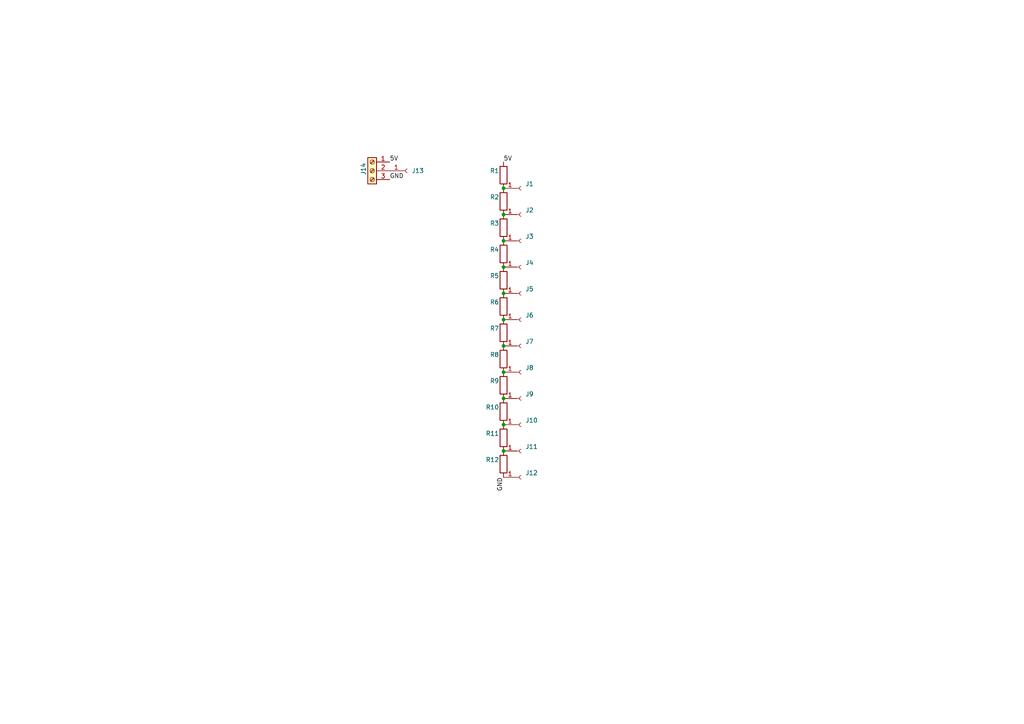
<source format=kicad_sch>
(kicad_sch (version 20230121) (generator eeschema)
  (paper "A4")
  (lib_symbols
    (symbol "Connector:Conn_01x01_Female" (pin_names (offset 1.016) hide)
      (property "Reference" "J" (at 0 2.54 0))
      (property "Value" "Conn_01x01_Female" (at 0 -2.54 0))
      (symbol "Conn_01x01_Female_1_1"
        (polyline (pts (xy -1.27 0) (xy -0.508 0)) (stroke (width 0.1524)))
        (arc (start 0 0.508) (mid -0.5058 0) (end 0 -0.508) (stroke (width 0.1524)))
        (pin passive line (at -5.08 0 0) (length 3.81) (name "Pin_1") (number "1"))
      )
    )
    (symbol "Connector:Screw_Terminal_01x03" (pin_names (offset 1.016) hide)
      (property "Reference" "J" (at 0 5.08 0))
      (property "Value" "Screw_Terminal_01x03" (at 0 -5.08 0))
      (symbol "Screw_Terminal_01x03_1_1"
        (rectangle (start -1.27 3.81) (end 1.27 -3.81) (stroke (width 0.254)) (fill (type background)))
        (circle (center 0 -2.54) (radius 0.635) (stroke (width 0.1524)))
        (polyline (pts (xy -0.5334 -2.2098) (xy 0.3302 -3.048)) (stroke (width 0.1524)))
        (polyline (pts (xy -0.5334 0.3302) (xy 0.3302 -0.508)) (stroke (width 0.1524)))
        (polyline (pts (xy -0.5334 2.8702) (xy 0.3302 2.032)) (stroke (width 0.1524)))
        (polyline (pts (xy -0.3556 -2.032) (xy 0.508 -2.8702)) (stroke (width 0.1524)))
        (polyline (pts (xy -0.3556 0.508) (xy 0.508 -0.3302)) (stroke (width 0.1524)))
        (polyline (pts (xy -0.3556 3.048) (xy 0.508 2.2098)) (stroke (width 0.1524)))
        (circle (center 0 0) (radius 0.635) (stroke (width 0.1524)))
        (circle (center 0 2.54) (radius 0.635) (stroke (width 0.1524)))
        (pin passive line (at -5.08 2.54 0) (length 3.81) (name "Pin_1") (number "1"))
        (pin passive line (at -5.08 0 0) (length 3.81) (name "Pin_2") (number "2"))
        (pin passive line (at -5.08 -2.54 0) (length 3.81) (name "Pin_3") (number "3"))
      )
    )
    (symbol "Device:R" (pin_numbers hide) (pin_names (offset 0))
      (property "Reference" "R" (at 2.032 0 90))
      (property "Value" "R" (at 0 0 90))
      (symbol "R_0_1"
        (rectangle (start -1.016 -2.54) (end 1.016 2.54) (stroke (width 0.254)))
      )
      (symbol "R_1_1"
        (pin passive line (at 0 3.81 270) (length 1.27) (name "~") (number "1"))
        (pin passive line (at 0 -3.81 90) (length 1.27) (name "~") (number "2"))
      )
    )
  )
  (junction (at 146.05 69.85))
  (junction (at 146.05 77.47))
  (junction (at 146.05 107.95))
  (junction (at 146.05 62.23))
  (junction (at 146.05 130.81))
  (junction (at 146.05 92.71))
  (junction (at 146.05 100.33))
  (junction (at 146.05 85.09))
  (junction (at 146.05 115.57))
  (junction (at 146.05 123.19))
  (junction (at 146.05 54.61))
  (label "GND" (at 146.05 138.43 270))
  (label "5V" (at 113.03 46.99 0))
  (label "GND" (at 113.03 52.07 0))
  (label "5V" (at 146.05 46.99 0))
  (symbol (lib_id "Connector:Conn_01x01_Female") (at 151.13 54.61 0) (unit 1)
    (property "Reference" "J1" (at 152.4 53.3399 0) (effects (justify left)))
    (property "Value" "Conn_01x01_Female" (effects hide))
    (property "Footprint" "Connector_Pin:Pin_D1.0mm_L10.0mm" (effects hide))
  )
  (symbol (lib_id "Connector:Screw_Terminal_01x03") (at 107.95 49.53 0) (mirror y) (unit 1)
    (property "Reference" "J14" (at 105.41 50.8 90) (effects (justify left)))
    (property "Value" "Screw_Terminal_01x03" (effects hide))
    (property "Footprint" "TerminalBlock:TerminalBlock_bornier-3_P5.08mm" (effects hide))
  )
  (symbol (lib_id "Device:R") (at 146.05 96.52 0) (mirror y) (unit 1)
    (property "Reference" "R7" (at 144.78 95.25 0) (effects (justify left)))
    (property "Value" "330R" (effects hide))
    (property "Footprint" "Resistor_THT:R_Axial_DIN0204_L3.6mm_D1.6mm_P5.08mm_Horizontal" (effects hide))
  )
  (symbol (lib_id "Connector:Conn_01x01_Female") (at 151.13 92.71 0) (unit 1)
    (property "Reference" "J6" (at 152.4 91.4399 0) (effects (justify left)))
    (property "Value" "Conn_01x01_Female" (effects hide))
    (property "Footprint" "Connector_Pin:Pin_D1.0mm_L10.0mm" (effects hide))
  )
  (symbol (lib_id "Connector:Conn_01x01_Female") (at 151.13 85.09 0) (unit 1)
    (property "Reference" "J5" (at 152.4 83.8199 0) (effects (justify left)))
    (property "Value" "Conn_01x01_Female" (effects hide))
    (property "Footprint" "Connector_Pin:Pin_D1.0mm_L10.0mm" (effects hide))
  )
  (symbol (lib_id "Connector:Conn_01x01_Female") (at 151.13 138.43 0) (unit 1)
    (property "Reference" "J12" (at 152.4 137.1599 0) (effects (justify left)))
    (property "Value" "Conn_01x01_Female" (effects hide))
    (property "Footprint" "Connector_Pin:Pin_D1.0mm_L10.0mm" (effects hide))
  )
  (symbol (lib_id "Connector:Conn_01x01_Female") (at 151.13 123.19 0) (unit 1)
    (property "Reference" "J10" (at 152.4 121.9199 0) (effects (justify left)))
    (property "Value" "Conn_01x01_Female" (effects hide))
    (property "Footprint" "Connector_Pin:Pin_D1.0mm_L10.0mm" (effects hide))
  )
  (symbol (lib_id "Device:R") (at 146.05 73.66 0) (mirror y) (unit 1)
    (property "Reference" "R4" (at 144.78 72.39 0) (effects (justify left)))
    (property "Value" "330R" (effects hide))
    (property "Footprint" "Resistor_THT:R_Axial_DIN0204_L3.6mm_D1.6mm_P5.08mm_Horizontal" (effects hide))
  )
  (symbol (lib_id "Device:R") (at 146.05 66.04 0) (mirror y) (unit 1)
    (property "Reference" "R3" (at 144.78 64.77 0) (effects (justify left)))
    (property "Value" "330R" (effects hide))
    (property "Footprint" "Resistor_THT:R_Axial_DIN0204_L3.6mm_D1.6mm_P5.08mm_Horizontal" (effects hide))
  )
  (symbol (lib_id "Connector:Conn_01x01_Female") (at 151.13 69.85 0) (unit 1)
    (property "Reference" "J3" (at 152.4 68.5799 0) (effects (justify left)))
    (property "Value" "Conn_01x01_Female" (effects hide))
    (property "Footprint" "Connector_Pin:Pin_D1.0mm_L10.0mm" (effects hide))
  )
  (symbol (lib_id "Connector:Conn_01x01_Female") (at 151.13 107.95 0) (unit 1)
    (property "Reference" "J8" (at 152.4 106.6799 0) (effects (justify left)))
    (property "Value" "Conn_01x01_Female" (effects hide))
    (property "Footprint" "Connector_Pin:Pin_D1.0mm_L10.0mm" (effects hide))
  )
  (symbol (lib_id "Connector:Conn_01x01_Female") (at 151.13 62.23 0) (unit 1)
    (property "Reference" "J2" (at 152.4 60.9599 0) (effects (justify left)))
    (property "Value" "Conn_01x01_Female" (effects hide))
    (property "Footprint" "Connector_Pin:Pin_D1.0mm_L10.0mm" (effects hide))
  )
  (symbol (lib_id "Connector:Conn_01x01_Female") (at 151.13 100.33 0) (unit 1)
    (property "Reference" "J7" (at 152.4 99.0599 0) (effects (justify left)))
    (property "Value" "Conn_01x01_Female" (effects hide))
    (property "Footprint" "Connector_Pin:Pin_D1.0mm_L10.0mm" (effects hide))
  )
  (symbol (lib_id "Connector:Conn_01x01_Female") (at 151.13 130.81 0) (unit 1)
    (property "Reference" "J11" (at 152.4 129.5399 0) (effects (justify left)))
    (property "Value" "Conn_01x01_Female" (effects hide))
    (property "Footprint" "Connector_Pin:Pin_D1.0mm_L10.0mm" (effects hide))
  )
  (symbol (lib_id "Device:R") (at 146.05 127 0) (mirror y) (unit 1)
    (property "Reference" "R11" (at 144.78 125.73 0) (effects (justify left)))
    (property "Value" "330R" (effects hide))
    (property "Footprint" "Resistor_THT:R_Axial_DIN0204_L3.6mm_D1.6mm_P5.08mm_Horizontal" (effects hide))
  )
  (symbol (lib_id "Device:R") (at 146.05 58.42 0) (mirror y) (unit 1)
    (property "Reference" "R2" (at 144.78 57.15 0) (effects (justify left)))
    (property "Value" "330R" (effects hide))
    (property "Footprint" "Resistor_THT:R_Axial_DIN0204_L3.6mm_D1.6mm_P5.08mm_Horizontal" (effects hide))
  )
  (symbol (lib_id "Device:R") (at 146.05 104.14 0) (mirror y) (unit 1)
    (property "Reference" "R8" (at 144.78 102.87 0) (effects (justify left)))
    (property "Value" "330R" (effects hide))
    (property "Footprint" "Resistor_THT:R_Axial_DIN0204_L3.6mm_D1.6mm_P5.08mm_Horizontal" (effects hide))
  )
  (symbol (lib_id "Device:R") (at 146.05 134.62 0) (mirror y) (unit 1)
    (property "Reference" "R12" (at 144.78 133.35 0) (effects (justify left)))
    (property "Value" "330R" (effects hide))
    (property "Footprint" "Resistor_THT:R_Axial_DIN0204_L3.6mm_D1.6mm_P5.08mm_Horizontal" (effects hide))
  )
  (symbol (lib_id "Connector:Conn_01x01_Female") (at 151.13 115.57 0) (unit 1)
    (property "Reference" "J9" (at 152.4 114.2999 0) (effects (justify left)))
    (property "Value" "Conn_01x01_Female" (effects hide))
    (property "Footprint" "Connector_Pin:Pin_D1.0mm_L10.0mm" (effects hide))
  )
  (symbol (lib_id "Device:R") (at 146.05 81.28 0) (mirror y) (unit 1)
    (property "Reference" "R5" (at 144.78 80.01 0) (effects (justify left)))
    (property "Value" "330R" (effects hide))
    (property "Footprint" "Resistor_THT:R_Axial_DIN0204_L3.6mm_D1.6mm_P5.08mm_Horizontal" (effects hide))
  )
  (symbol (lib_id "Device:R") (at 146.05 88.9 0) (mirror y) (unit 1)
    (property "Reference" "R6" (at 144.78 87.63 0) (effects (justify left)))
    (property "Value" "330R" (effects hide))
    (property "Footprint" "Resistor_THT:R_Axial_DIN0204_L3.6mm_D1.6mm_P5.08mm_Horizontal" (effects hide))
  )
  (symbol (lib_id "Device:R") (at 146.05 119.38 0) (mirror y) (unit 1)
    (property "Reference" "R10" (at 144.78 118.11 0) (effects (justify left)))
    (property "Value" "330R" (effects hide))
    (property "Footprint" "Resistor_THT:R_Axial_DIN0204_L3.6mm_D1.6mm_P5.08mm_Horizontal" (effects hide))
  )
  (symbol (lib_id "Device:R") (at 146.05 111.76 0) (mirror y) (unit 1)
    (property "Reference" "R9" (at 144.78 110.49 0) (effects (justify left)))
    (property "Value" "330R" (effects hide))
    (property "Footprint" "Resistor_THT:R_Axial_DIN0204_L3.6mm_D1.6mm_P5.08mm_Horizontal" (effects hide))
  )
  (symbol (lib_id "Connector:Conn_01x01_Female") (at 118.11 49.53 0) (unit 1)
    (property "Reference" "J13" (at 119.38 49.5299 0) (effects (justify left)))
    (property "Value" "Conn_01x01_Female" (effects hide))
    (property "Footprint" "Connector_Pin:Pin_D1.0mm_L10.0mm" (effects hide))
  )
  (symbol (lib_id "Connector:Conn_01x01_Female") (at 151.13 77.47 0) (unit 1)
    (property "Reference" "J4" (at 152.4 76.1999 0) (effects (justify left)))
    (property "Value" "Conn_01x01_Female" (effects hide))
    (property "Footprint" "Connector_Pin:Pin_D1.0mm_L10.0mm" (effects hide))
  )
  (symbol (lib_id "Device:R") (at 146.05 50.8 0) (mirror y) (unit 1)
    (property "Reference" "R1" (at 144.78 49.53 0) (effects (justify left)))
    (property "Value" "330R" (effects hide))
    (property "Footprint" "Resistor_THT:R_Axial_DIN0204_L3.6mm_D1.6mm_P5.08mm_Horizontal" (effects hide))
  )
)
</source>
